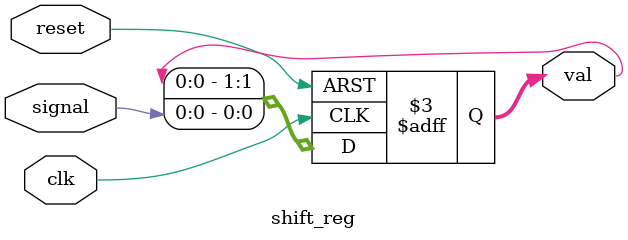
<source format=v>
module shift_reg(
    input signal,
    input clk,
    input reset,
    output reg [1:0] val
);
    always @(posedge clk or posedge reset)
    begin
        if(reset == 1'b1)begin
            val <= 2'bxx; //xx para ser indeterminado como diz no enunciado
        end
        else begin
            val[1] <= val[0]; //serve para controlar as variaveis do start e reset
            val[0] <= signal;  // basic shift reg
        end
    end
endmodule
</source>
